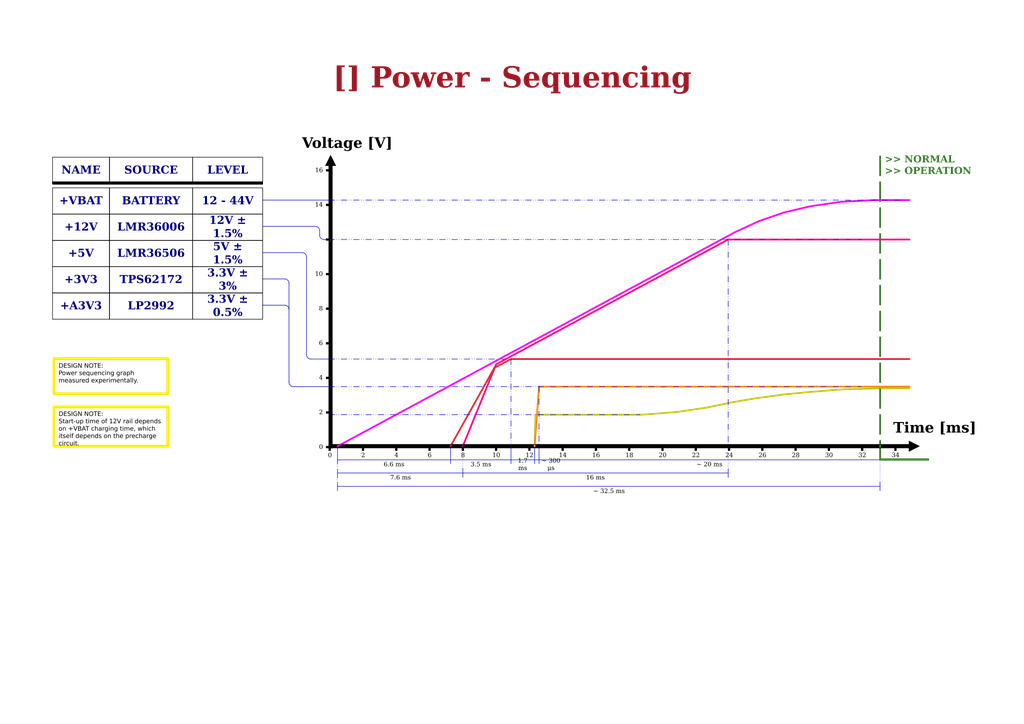
<source format=kicad_sch>
(kicad_sch (version 20231120) (generator "eeschema") (generator_version "8.0")
  (paper "A4")
  (title_block (title "Power - Sequencing") (date "2024-03-12") (rev "${REVISION}") (company "${COMPANY}"))
  (lib_symbols)
  (polyline (pts (xy 155.067 129.413) (xy 156.337 112.141)) (stroke (width 0.5) (color 252 134 0 1)))
  (polyline (pts (xy 134.239 130.048) (xy 134.239 135.9154)) (stroke (width 0) (type dot)))
  (polyline (pts (xy 97.9424 133.3754) (xy 130.683 133.3754)))
  (polyline (pts (xy 97.8916 134.5946) (xy 97.8916 135.8646)) (stroke (width 0) (type dot)))
  (polyline (pts (xy 156.337 112.141) (xy 263.779 112.141)) (stroke (width 0.5) (color 252 134 0 1)))
  (polyline (pts (xy 95.377 120.269) (xy 185.674 120.269)) (stroke (width 0) (type dash_dot_dot)))
  (polyline (pts (xy 148.209 129.413) (xy 148.209 134.493)))
  (polyline (pts (xy 92.71 66.929) (xy 92.71 68.199)))
  (polyline (pts (xy 148.209 104.14) (xy 263.779 104.14)) (stroke (width 0.5) (color 218 36 44 1)))
  (polyline (pts (xy 220.091 64.135) (xy 227.457 61.595)) (stroke (width 0.5) (color 255 0 255 1)))
  (polyline (pts (xy 82.55 88.519) (xy 76.2 88.519)))
  (polyline (pts (xy 95.377 112.141) (xy 249.809 112.141)) (stroke (width 0) (type dash_dot_dot)))
  (polyline (pts (xy 93.98 69.469) (xy 95.377 69.469)))
  (polyline (pts (xy 95.885 112.141) (xy 85.09 112.141)))
  (polyline (pts (xy 255.143 112.649) (xy 263.779 112.649)) (stroke (width 0.5) (color 197 195 20 1)))
  (polyline (pts (xy 143.891 105.664) (xy 211.201 69.469)) (stroke (width 0.5) (type solid) (color 255 0 133 1)))
  (polyline (pts (xy 204.851 118.237) (xy 212.217 116.713)) (stroke (width 0.5) (color 197 195 20 1)))
  (polyline (pts (xy 196.215 119.507) (xy 204.851 118.237)) (stroke (width 0.5) (color 197 195 20 1)))
  (polyline (pts (xy 95.377 58.039) (xy 76.2 58.039)))
  (polyline (pts (xy 211.201 69.469) (xy 263.779 69.469)) (stroke (width 0.5) (type solid) (color 255 0 133 1)))
  (polyline (pts (xy 134.239 129.413) (xy 143.891 105.664)) (stroke (width 0.5) (type solid) (color 255 0 133 1)))
  (polyline (pts (xy 97.917 137.1854) (xy 134.239 137.1854)))
  (polyline (pts (xy 97.8916 135.9916) (xy 97.8916 138.5316)))
  (polyline (pts (xy 130.683 129.413) (xy 130.683 134.493)))
  (polyline (pts (xy 156.337 112.141) (xy 156.337 129.54)) (stroke (width 0) (type dash_dot_dot)))
  (polyline (pts (xy 134.239 137.1854) (xy 211.201 137.1854)))
  (polyline (pts (xy 88.9 74.549) (xy 88.9 102.87)))
  (polyline (pts (xy 227.203 114.427) (xy 235.077 113.665)) (stroke (width 0.5) (color 197 195 20 1)))
  (polyline (pts (xy 95.25 104.14) (xy 90.17 104.14)))
  (polyline (pts (xy 97.917 129.413) (xy 212.979 67.437)) (stroke (width 0.5) (color 255 0 255 1)))
  (polyline (pts (xy 148.209 133.3754) (xy 156.337 133.3754)))
  (polyline (pts (xy 253.619 58.039) (xy 263.779 58.039)) (stroke (width 0.5) (color 255 0 255 1)))
  (polyline (pts (xy 243.713 58.547) (xy 253.619 58.039)) (stroke (width 0.5) (color 255 0 255 1)))
  (polyline (pts (xy 255.2446 139.8016) (xy 255.2446 142.3416)))
  (polyline (pts (xy 148.209 104.14) (xy 148.209 129.413)) (stroke (width 0) (type dash_dot_dot)))
  (polyline (pts (xy 155.067 129.413) (xy 155.321 120.269)) (stroke (width 0.5) (color 197 195 20 1)))
  (polyline (pts (xy 130.7338 133.3754) (xy 148.2598 133.3754)))
  (polyline (pts (xy 218.821 115.57) (xy 227.203 114.427)) (stroke (width 0.5) (color 197 195 20 1)))
  (polyline (pts (xy 97.8916 129.3876) (xy 97.8916 134.5946)))
  (polyline (pts (xy 186.309 120.269) (xy 196.215 119.507)) (stroke (width 0.5) (color 197 195 20 1)))
  (polyline (pts (xy 83.82 82.169) (xy 83.82 110.871)))
  (polyline (pts (xy 227.457 61.595) (xy 235.077 59.817)) (stroke (width 0.5) (color 255 0 255 1)))
  (polyline (pts (xy 97.8916 138.5316) (xy 97.8916 139.8016)) (stroke (width 0) (type dot)))
  (polyline (pts (xy 95.377 58.039) (xy 261.239 58.039)) (stroke (width 0) (type dash_dot_dot)))
  (polyline (pts (xy 155.321 120.269) (xy 186.309 120.269)) (stroke (width 0.5) (color 197 195 20 1)))
  (polyline (pts (xy 95.377 69.469) (xy 249.936 69.469)) (stroke (width 0) (type dash_dot_dot)))
  (polyline (pts (xy 130.683 129.413) (xy 143.383 106.68)) (stroke (width 0.5) (color 218 36 44 1)))
  (polyline (pts (xy 211.201 69.469) (xy 211.201 129.413)) (stroke (width 0) (type dash_dot_dot)))
  (polyline (pts (xy 97.8916 139.827) (xy 97.8916 142.3416)))
  (polyline (pts (xy 255.2446 139.8016) (xy 255.2446 133.3246)) (stroke (width 0) (type dot)))
  (polyline (pts (xy 91.44 65.659) (xy 76.2 65.659)))
  (polyline (pts (xy 95.377 104.14) (xy 249.809 104.14)) (stroke (width 0) (type dash_dot_dot)))
  (polyline (pts (xy 156.337 133.3754) (xy 255.2954 133.3754)))
  (polyline (pts (xy 211.201 129.413) (xy 211.201 135.509)) (stroke (width 0) (type dot)))
  (polyline (pts (xy 211.201 135.9154) (xy 211.201 138.4554)))
  (polyline (pts (xy 155.067 129.54) (xy 155.067 134.493)))
  (polyline (pts (xy 156.337 129.54) (xy 156.337 134.493)))
  (polyline (pts (xy 76.2 73.279) (xy 87.63 73.279)))
  (polyline (pts (xy 97.8916 141.0716) (xy 255.2446 141.0716)))
  (polyline (pts (xy 255.27 133.35) (xy 255.27 45.339)) (stroke (width 0.5) (type dash) (color 53 123 38 1)))
  (polyline (pts (xy 244.729 112.903) (xy 255.143 112.649)) (stroke (width 0.5) (color 197 195 20 1)))
  (polyline (pts (xy 235.077 113.665) (xy 244.729 112.903)) (stroke (width 0.5) (color 197 195 20 1)))
  (polyline (pts (xy 134.239 135.9154) (xy 134.239 138.4554)))
  (polyline (pts (xy 212.217 116.713) (xy 218.821 115.57)) (stroke (width 0.5) (color 197 195 20 1)))
  (polyline (pts (xy 143.383 106.68) (xy 148.209 104.14)) (stroke (width 0.5) (color 218 36 44 1)))
  (polyline (pts (xy 212.979 67.437) (xy 220.091 64.135)) (stroke (width 0.5) (color 255 0 255 1)))
  (polyline (pts (xy 235.077 59.817) (xy 243.713 58.547)) (stroke (width 0.5) (color 255 0 255 1)))
  (polyline (pts (xy 82.55 80.899) (xy 76.2 80.899)))
  (arc (start 82.55 80.897) (mid 83.4487 81.2689) (end 83.82 82.167))
  (arc (start 91.44 65.659) (mid 92.338 66.031) (end 92.71 66.929))
  (arc (start 90.17 104.141) (mid 89.2716 103.7691) (end 88.9 102.871))
  (arc (start 82.55 88.516) (mid 83.4491 88.8878) (end 83.82 89.786))
  (arc (start 93.98 69.47) (mid 93.0816 69.0981) (end 92.71 68.2))
  (arc (start 87.63 73.278) (mid 88.5284 73.6499) (end 88.9 74.548))
  (arc (start 85.09 112.144) (mid 84.1909 111.7722) (end 83.82 110.874))
  (rectangle (start 94.615 119.38) (end 96.139 119.888) (stroke (width 0) (color 0 0 0 1)) (fill (type color) (color 0 0 0 1)))
  (rectangle (start 114.681 129.159) (end 115.189 130.683) (stroke (width 0) (color 0 0 0 1)) (fill (type color) (color 0 0 0 1)))
  (rectangle (start 191.897 129.159) (end 192.405 130.683) (stroke (width 0) (color 0 0 0 1)) (fill (type color) (color 0 0 0 1)))
  (rectangle (start 249.809 129.159) (end 250.317 130.683) (stroke (width 0) (color 0 0 0 1)) (fill (type color) (color 0 0 0 1)))
  (rectangle (start 220.853 129.159) (end 221.361 130.683) (stroke (width 0) (color 0 0 0 1)) (fill (type color) (color 0 0 0 1)))
  (rectangle (start 94.615 79.248) (end 96.139 79.756) (stroke (width 0) (color 0 0 0 1)) (fill (type color) (color 0 0 0 1)))
  (rectangle (start 201.549 129.159) (end 202.057 130.683) (stroke (width 0) (color 0 0 0 1)) (fill (type color) (color 0 0 0 1)))
  (rectangle (start 95.377 129.159) (end 95.885 130.683) (stroke (width 0) (color 0 0 0 1)) (fill (type color) (color 0 0 0 1)))
  (rectangle (start 133.985 129.159) (end 134.493 130.683) (stroke (width 0) (color 0 0 0 1)) (fill (type color) (color 0 0 0 1)))
  (rectangle (start 94.615 69.215) (end 96.139 69.723) (stroke (width 0) (color 0 0 0 1)) (fill (type color) (color 0 0 0 1)))
  (rectangle (start 15.24 52.705) (end 76.2 53.467) (stroke (width 0) (color 0 0 0 1)) (fill (type color) (color 0 0 0 1)))
  (rectangle (start 94.615 89.281) (end 96.139 89.789) (stroke (width 0) (color 0 0 0 1)) (fill (type color) (color 0 0 0 1)))
  (rectangle (start 162.941 129.159) (end 163.449 130.683) (stroke (width 0) (color 0 0 0 1)) (fill (type color) (color 0 0 0 1)))
  (rectangle (start 143.637 129.159) (end 144.145 130.683) (stroke (width 0) (color 0 0 0 1)) (fill (type color) (color 0 0 0 1)))
  (rectangle (start 95.377 128.905) (end 263.779 129.921) (stroke (width 0) (color 0 0 0 1)) (fill (type color) (color 0 0 0 1)))
  (rectangle (start 94.615 99.314) (end 96.139 99.822) (stroke (width 0) (color 0 0 0 1)) (fill (type color) (color 0 0 0 1)))
  (rectangle (start 94.615 109.347) (end 96.139 109.855) (stroke (width 0) (color 0 0 0 1)) (fill (type color) (color 0 0 0 1)))
  (rectangle (start 259.461 129.159) (end 259.969 130.683) (stroke (width 0) (color 0 0 0 1)) (fill (type color) (color 0 0 0 1)))
  (rectangle (start 105.029 129.159) (end 105.537 130.683) (stroke (width 0) (color 0 0 0 1)) (fill (type color) (color 0 0 0 1)))
  (rectangle (start 240.157 129.159) (end 240.665 130.683) (stroke (width 0) (color 0 0 0 1)) (fill (type color) (color 0 0 0 1)))
  (rectangle (start 95.377 47.371) (end 96.393 129.921) (stroke (width 0) (color 0 0 0 1)) (fill (type color) (color 0 0 0 1)))
  (rectangle (start 211.201 129.159) (end 211.709 130.683) (stroke (width 0) (color 0 0 0 1)) (fill (type color) (color 0 0 0 1)))
  (rectangle (start 230.505 129.159) (end 231.013 130.683) (stroke (width 0) (color 0 0 0 1)) (fill (type color) (color 0 0 0 1)))
  (rectangle (start 94.615 49.149) (end 96.139 49.657) (stroke (width 0) (color 0 0 0 1)) (fill (type color) (color 0 0 0 1)))
  (rectangle (start 172.593 129.159) (end 173.101 130.683) (stroke (width 0) (color 0 0 0 1)) (fill (type color) (color 0 0 0 1)))
  (rectangle (start 124.333 129.159) (end 124.841 130.683) (stroke (width 0) (color 0 0 0 1)) (fill (type color) (color 0 0 0 1)))
  (rectangle (start 255.27 133.0198) (end 269.367 133.5278) (stroke (width 0) (color 53 123 38 1)) (fill (type color) (color 53 123 38 1)))
  (rectangle (start 94.615 59.182) (end 96.139 59.69) (stroke (width 0) (color 0 0 0 1)) (fill (type color) (color 0 0 0 1)))
  (rectangle (start 182.245 129.159) (end 182.753 130.683) (stroke (width 0) (color 0 0 0 1)) (fill (type color) (color 0 0 0 1)))
  (rectangle (start 153.289 129.159) (end 153.797 130.683) (stroke (width 0) (color 0 0 0 1)) (fill (type color) (color 0 0 0 1)))
  (rectangle (start 94.615 129.413) (end 96.139 129.921) (stroke (width 0) (color 0 0 0 1)) (fill (type color) (color 0 0 0 1)))
  (text_box "3.5 ms" (at 130.6576 133.4516 0) (size 17.653 2.54) (stroke (width -0.0001)) (effects (font (size 1.27 1.27))))
  (text_box "18" (at 180.8226 130.7846 0) (size 3.429 2.54) (stroke (width -0.0001)) (effects (font (size 1.27 1.27))))
  (text_box "24" (at 209.7786 130.7846 0) (size 3.429 2.54) (stroke (width -0.0001)) (effects (font (size 1.27 1.27))))
  (text_box "8" (at 132.5626 130.7846 0) (size 3.429 2.54) (stroke (width -0.0001)) (effects (font (size 1.27 1.27))))
  (text_box "7.6 ms" (at 98.0186 137.2616 0) (size 36.322 2.54) (stroke (width -0.0001)) (effects (font (size 1.27 1.27))))
  (text_box "3.3V ± 0.5%" (at 55.88 84.963 0) (size 20.32 7.62) (stroke (width 0) (color 0 0 0 1)) (effects (font (size 2.286 2.286) (bold yes))))
  (text_box "16" (at 87.757 48.133 0) (size 6.858 2.54) (stroke (width -0.0001)) (effects (font (size 1.27 1.27)) (justify right)))
  (text_box "28" (at 229.0826 130.7846 0) (size 3.429 2.54) (stroke (width -0.0001)) (effects (font (size 1.27 1.27))))
  (text_box "~ 300 μs" (at 154.9146 133.4516 0) (size 9.779 2.54) (stroke (width -0.0001)) (effects (font (size 1.27 1.27))))
  (text_box "10" (at 142.2146 130.7846 0) (size 3.429 2.54) (stroke (width -0.0001)) (effects (font (size 1.27 1.27))))
  (text_box "1.7 ms" (at 148.1836 133.4516 0) (size 6.858 2.54) (stroke (width -0.0001)) (effects (font (size 1.27 1.27))))
  (text_box "16 ms" (at 134.2136 137.2616 0) (size 76.962 2.54) (stroke (width -0.0001)) (effects (font (size 1.27 1.27))))
  (text_box "+12V" (at 15.24 62.103 0) (size 16.51 7.62) (stroke (width 0) (color 0 0 0 1)) (effects (font (size 2.286 2.286) (bold yes))))
  (text_box "20" (at 190.4746 130.7846 0) (size 3.429 2.54) (stroke (width -0.0001)) (effects (font (size 1.27 1.27))))
  (text_box "4" (at 87.7316 108.3056 0) (size 6.858 2.54) (stroke (width -0.0001)) (effects (font (size 1.27 1.27)) (justify right)))
  (text_box "LP2992" (at 31.75 84.963 0) (size 24.13 7.62) (stroke (width 0) (color 0 0 0 1)) (effects (font (size 2.286 2.286) (bold yes))))
  (text_box "LMR36006" (at 31.75 62.103 0) (size 24.13 7.62) (stroke (width 0) (color 0 0 0 1)) (effects (font (size 2.286 2.286) (bold yes))))
  (text_box "32" (at 248.3866 130.7846 0) (size 3.429 2.54) (stroke (width -0.0001)) (effects (font (size 1.27 1.27))))
  (text_box "LEVEL" (at 55.88 45.593 0) (size 20.32 7.62) (stroke (width 0) (color 0 0 0 1)) (effects (font (size 2.286 2.286) (bold yes))))
  (text_box "NAME" (at 15.24 45.593 0) (size 16.51 7.62) (stroke (width 0) (color 0 0 0 1)) (effects (font (size 2.286 2.286) (bold yes))))
  (text_box "DESIGN NOTE:\nPower sequencing graph measured experimentally." (at 15.6464 104.0384 0) (size 33.02 10.16) (stroke (width 0.8) (color 250 236 0 1)) (effects (font (size 1.27 1.27)) (justify left top)))
  (text_box "6" (at 122.9106 130.7846 0) (size 3.429 2.54) (stroke (width -0.0001)) (effects (font (size 1.27 1.27))))
  (text_box "+3V3" (at 15.24 77.343 0) (size 16.51 7.62) (stroke (width 0) (color 0 0 0 1)) (effects (font (size 2.286 2.286) (bold yes))))
  (text_box "~ 20 ms" (at 156.3116 133.4516 0) (size 98.933 2.54) (stroke (width -0.0001)) (effects (font (size 1.27 1.27))))
  (text_box "SOURCE" (at 31.75 45.593 0) (size 24.13 7.62) (stroke (width 0) (color 0 0 0 1)) (effects (font (size 2.286 2.286) (bold yes))))
  (text_box "4" (at 113.2586 130.7846 0) (size 3.429 2.54) (stroke (width -0.0001)) (effects (font (size 1.27 1.27))))
  (text_box "8" (at 87.7316 88.2396 0) (size 6.858 2.54) (stroke (width -0.0001)) (effects (font (size 1.27 1.27)) (justify right)))
  (text_box "26" (at 219.4306 130.7846 0) (size 3.429 2.54) (stroke (width -0.0001)) (effects (font (size 1.27 1.27))))
  (text_box "2" (at 103.6066 130.7846 0) (size 3.429 2.54) (stroke (width -0.0001)) (effects (font (size 1.27 1.27))))
  (text_box "▲" (at 94.615 45.085 0) (size 2.54 2.54) (stroke (width -0.0001)) (effects (font (size 3 3))))
  (text_box "+5V" (at 15.24 69.723 0) (size 16.51 7.62) (stroke (width 0) (color 0 0 0 1)) (effects (font (size 2.286 2.286) (bold yes))))
  (text_box "DESIGN NOTE:\nStart-up time of 12V rail depends on +VBAT charging time, which itself depends on the precharge circuit." (at 15.6464 118.0084 0) (size 33.02 11.43) (stroke (width 0.8) (color 250 236 0 1)) (effects (font (size 1.27 1.27)) (justify left top)))
  (text_box "14" (at 161.5186 130.7846 0) (size 3.429 2.54) (stroke (width -0.0001)) (effects (font (size 1.27 1.27))))
  (text_box "14" (at 87.7316 58.1406 0) (size 6.858 2.54) (stroke (width -0.0001)) (effects (font (size 1.27 1.27)) (justify right)))
  (text_box "22" (at 200.1266 130.7846 0) (size 3.429 2.54) (stroke (width -0.0001)) (effects (font (size 1.27 1.27))))
  (text_box "[${#}] ${TITLE}" (at 80.01 16.51 0) (size 137.16 12.7) (stroke (width -0.0001)) (effects (font (size 6 6) (thickness 1.2) (bold yes))))
  (text_box "TPS62172" (at 31.75 77.343 0) (size 24.13 7.62) (stroke (width 0) (color 0 0 0 1)) (effects (font (size 2.286 2.286) (bold yes))))
  (text_box "2" (at 87.7316 118.3386 0) (size 6.858 2.54) (stroke (width -0.0001)) (effects (font (size 1.27 1.27)) (justify right)))
  (text_box "34" (at 258.0386 130.7846 0) (size 3.429 2.54) (stroke (width -0.0001)) (effects (font (size 1.27 1.27))))
  (text_box "12" (at 151.8666 130.7846 0) (size 3.429 2.54) (stroke (width -0.0001)) (effects (font (size 1.27 1.27))))
  (text_box "LMR36506" (at 31.75 69.723 0) (size 24.13 7.62) (stroke (width 0) (color 0 0 0 1)) (effects (font (size 2.286 2.286) (bold yes))))
  (text_box "0" (at 93.98 130.81 0) (size 3.429 2.54) (stroke (width -0.0001)) (effects (font (size 1.27 1.27))))
  (text_box "BATTERY" (at 31.75 54.483 0) (size 24.13 7.62) (stroke (width 0) (color 0 0 0 1)) (effects (font (size 2.286 2.286) (bold yes))))
  (text_box "5V ± 1.5%" (at 55.88 69.723 0) (size 20.32 7.62) (stroke (width 0) (color 0 0 0 1)) (effects (font (size 2.286 2.286) (bold yes))))
  (text_box "3.3V ± 3%" (at 55.88 77.343 0) (size 20.32 7.62) (stroke (width 0) (color 0 0 0 1)) (effects (font (size 2.286 2.286) (bold yes))))
  (text_box "+A3V3" (at 15.24 84.963 0) (size 16.51 7.62) (stroke (width 0) (color 0 0 0 1)) (effects (font (size 2.286 2.286) (bold yes))))
  (text_box "+VBAT" (at 15.24 54.483 0) (size 16.51 7.62) (stroke (width 0) (color 0 0 0 1)) (effects (font (size 2.286 2.286) (bold yes))))
  (text_box "6" (at 87.7316 98.2726 0) (size 6.858 2.54) (stroke (width -0.0001)) (effects (font (size 1.27 1.27)) (justify right)))
  (text_box "6.6 ms" (at 97.8916 133.4516 0) (size 32.766 2.54) (stroke (width -0.0001)) (effects (font (size 1.27 1.27))))
  (text_box "0" (at 87.757 128.397 0) (size 6.858 2.54) (stroke (width -0.0001)) (effects (font (size 1.27 1.27)) (justify right)))
  (text_box "16" (at 171.1706 130.7846 0) (size 3.429 2.54) (stroke (width -0.0001)) (effects (font (size 1.27 1.27))))
  (text_box "10" (at 87.7316 78.2066 0) (size 6.858 2.54) (stroke (width -0.0001)) (effects (font (size 1.27 1.27)) (justify right)))
  (text_box "~ 32.5 ms" (at 97.8916 141.1986 0) (size 157.48 2.54) (stroke (width -0.0001)) (effects (font (size 1.27 1.27))))
  (text_box "12V ± 1.5%" (at 55.88 62.103 0) (size 20.32 7.62) (stroke (width 0) (color 0 0 0 1)) (effects (font (size 2.286 2.286) (bold yes))))
  (text_box "▼" (at 263.779 128.143 90) (size 2.54 2.54) (stroke (width -0.0001)) (effects (font (size 3 3))))
  (text_box "30" (at 238.7346 130.7846 0) (size 3.429 2.54) (stroke (width -0.0001)) (effects (font (size 1.27 1.27))))
  (text_box "12 - 44V" (at 55.88 54.483 0) (size 20.32 7.62) (stroke (width 0) (color 0 0 0 1)) (effects (font (size 2.286 2.286) (bold yes))))
  (text "Voltage [V]" (at 87.6046 44.4246 0) (effects (font (size 3 3) (thickness 0.4) (bold yes)) (justify left bottom)))
  (text ">> NORMAL \n>> OPERATION" (at 256.667 51.562 0) (effects (font (size 2 2) (thickness 0.4) (bold yes)) (justify left bottom)))
  (text "Time [ms]" (at 259.08 127 0) (effects (font (size 3 3) (thickness 0.4) (bold yes)) (justify left bottom)))
)
</source>
